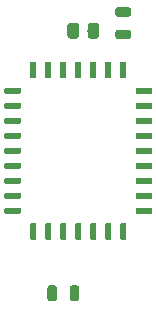
<source format=gtp>
G04 #@! TF.GenerationSoftware,KiCad,Pcbnew,(5.1.2-1)-1*
G04 #@! TF.CreationDate,2019-12-07T17:40:51-05:00*
G04 #@! TF.ProjectId,GW28R8128,47573238-5238-4313-9238-2e6b69636164,rev?*
G04 #@! TF.SameCoordinates,Original*
G04 #@! TF.FileFunction,Paste,Top*
G04 #@! TF.FilePolarity,Positive*
%FSLAX46Y46*%
G04 Gerber Fmt 4.6, Leading zero omitted, Abs format (unit mm)*
G04 Created by KiCad (PCBNEW (5.1.2-1)-1) date 2019-12-07 17:40:51*
%MOMM*%
%LPD*%
G04 APERTURE LIST*
%ADD10C,0.100000*%
%ADD11C,0.773800*%
%ADD12C,0.973800*%
%ADD13C,0.523800*%
G04 APERTURE END LIST*
D10*
G36*
X52557411Y-26599032D02*
G01*
X52576190Y-26601817D01*
X52594606Y-26606430D01*
X52612480Y-26612826D01*
X52629642Y-26620942D01*
X52645925Y-26630702D01*
X52661173Y-26642011D01*
X52675240Y-26654760D01*
X52687989Y-26668827D01*
X52699298Y-26684075D01*
X52709058Y-26700358D01*
X52717174Y-26717520D01*
X52723570Y-26735394D01*
X52728183Y-26753810D01*
X52730968Y-26772589D01*
X52731900Y-26791550D01*
X52731900Y-27178450D01*
X52730968Y-27197411D01*
X52728183Y-27216190D01*
X52723570Y-27234606D01*
X52717174Y-27252480D01*
X52709058Y-27269642D01*
X52699298Y-27285925D01*
X52687989Y-27301173D01*
X52675240Y-27315240D01*
X52661173Y-27327989D01*
X52645925Y-27339298D01*
X52629642Y-27349058D01*
X52612480Y-27357174D01*
X52594606Y-27363570D01*
X52576190Y-27368183D01*
X52557411Y-27370968D01*
X52538450Y-27371900D01*
X51601550Y-27371900D01*
X51582589Y-27370968D01*
X51563810Y-27368183D01*
X51545394Y-27363570D01*
X51527520Y-27357174D01*
X51510358Y-27349058D01*
X51494075Y-27339298D01*
X51478827Y-27327989D01*
X51464760Y-27315240D01*
X51452011Y-27301173D01*
X51440702Y-27285925D01*
X51430942Y-27269642D01*
X51422826Y-27252480D01*
X51416430Y-27234606D01*
X51411817Y-27216190D01*
X51409032Y-27197411D01*
X51408100Y-27178450D01*
X51408100Y-26791550D01*
X51409032Y-26772589D01*
X51411817Y-26753810D01*
X51416430Y-26735394D01*
X51422826Y-26717520D01*
X51430942Y-26700358D01*
X51440702Y-26684075D01*
X51452011Y-26668827D01*
X51464760Y-26654760D01*
X51478827Y-26642011D01*
X51494075Y-26630702D01*
X51510358Y-26620942D01*
X51527520Y-26612826D01*
X51545394Y-26606430D01*
X51563810Y-26601817D01*
X51582589Y-26599032D01*
X51601550Y-26598100D01*
X52538450Y-26598100D01*
X52557411Y-26599032D01*
X52557411Y-26599032D01*
G37*
D11*
X52070000Y-26985000D03*
D10*
G36*
X52557411Y-24699032D02*
G01*
X52576190Y-24701817D01*
X52594606Y-24706430D01*
X52612480Y-24712826D01*
X52629642Y-24720942D01*
X52645925Y-24730702D01*
X52661173Y-24742011D01*
X52675240Y-24754760D01*
X52687989Y-24768827D01*
X52699298Y-24784075D01*
X52709058Y-24800358D01*
X52717174Y-24817520D01*
X52723570Y-24835394D01*
X52728183Y-24853810D01*
X52730968Y-24872589D01*
X52731900Y-24891550D01*
X52731900Y-25278450D01*
X52730968Y-25297411D01*
X52728183Y-25316190D01*
X52723570Y-25334606D01*
X52717174Y-25352480D01*
X52709058Y-25369642D01*
X52699298Y-25385925D01*
X52687989Y-25401173D01*
X52675240Y-25415240D01*
X52661173Y-25427989D01*
X52645925Y-25439298D01*
X52629642Y-25449058D01*
X52612480Y-25457174D01*
X52594606Y-25463570D01*
X52576190Y-25468183D01*
X52557411Y-25470968D01*
X52538450Y-25471900D01*
X51601550Y-25471900D01*
X51582589Y-25470968D01*
X51563810Y-25468183D01*
X51545394Y-25463570D01*
X51527520Y-25457174D01*
X51510358Y-25449058D01*
X51494075Y-25439298D01*
X51478827Y-25427989D01*
X51464760Y-25415240D01*
X51452011Y-25401173D01*
X51440702Y-25385925D01*
X51430942Y-25369642D01*
X51422826Y-25352480D01*
X51416430Y-25334606D01*
X51411817Y-25316190D01*
X51409032Y-25297411D01*
X51408100Y-25278450D01*
X51408100Y-24891550D01*
X51409032Y-24872589D01*
X51411817Y-24853810D01*
X51416430Y-24835394D01*
X51422826Y-24817520D01*
X51430942Y-24800358D01*
X51440702Y-24784075D01*
X51452011Y-24768827D01*
X51464760Y-24754760D01*
X51478827Y-24742011D01*
X51494075Y-24730702D01*
X51510358Y-24720942D01*
X51527520Y-24712826D01*
X51545394Y-24706430D01*
X51563810Y-24701817D01*
X51582589Y-24699032D01*
X51601550Y-24698100D01*
X52538450Y-24698100D01*
X52557411Y-24699032D01*
X52557411Y-24699032D01*
G37*
D11*
X52070000Y-25085000D03*
D10*
G36*
X49797312Y-26009272D02*
G01*
X49820945Y-26012778D01*
X49844120Y-26018583D01*
X49866614Y-26026632D01*
X49888212Y-26036846D01*
X49908704Y-26049129D01*
X49927893Y-26063361D01*
X49945595Y-26079405D01*
X49961639Y-26097107D01*
X49975871Y-26116296D01*
X49988154Y-26136788D01*
X49998368Y-26158386D01*
X50006417Y-26180880D01*
X50012222Y-26204055D01*
X50015728Y-26227688D01*
X50016900Y-26251550D01*
X50016900Y-27088450D01*
X50015728Y-27112312D01*
X50012222Y-27135945D01*
X50006417Y-27159120D01*
X49998368Y-27181614D01*
X49988154Y-27203212D01*
X49975871Y-27223704D01*
X49961639Y-27242893D01*
X49945595Y-27260595D01*
X49927893Y-27276639D01*
X49908704Y-27290871D01*
X49888212Y-27303154D01*
X49866614Y-27313368D01*
X49844120Y-27321417D01*
X49820945Y-27327222D01*
X49797312Y-27330728D01*
X49773450Y-27331900D01*
X49286550Y-27331900D01*
X49262688Y-27330728D01*
X49239055Y-27327222D01*
X49215880Y-27321417D01*
X49193386Y-27313368D01*
X49171788Y-27303154D01*
X49151296Y-27290871D01*
X49132107Y-27276639D01*
X49114405Y-27260595D01*
X49098361Y-27242893D01*
X49084129Y-27223704D01*
X49071846Y-27203212D01*
X49061632Y-27181614D01*
X49053583Y-27159120D01*
X49047778Y-27135945D01*
X49044272Y-27112312D01*
X49043100Y-27088450D01*
X49043100Y-26251550D01*
X49044272Y-26227688D01*
X49047778Y-26204055D01*
X49053583Y-26180880D01*
X49061632Y-26158386D01*
X49071846Y-26136788D01*
X49084129Y-26116296D01*
X49098361Y-26097107D01*
X49114405Y-26079405D01*
X49132107Y-26063361D01*
X49151296Y-26049129D01*
X49171788Y-26036846D01*
X49193386Y-26026632D01*
X49215880Y-26018583D01*
X49239055Y-26012778D01*
X49262688Y-26009272D01*
X49286550Y-26008100D01*
X49773450Y-26008100D01*
X49797312Y-26009272D01*
X49797312Y-26009272D01*
G37*
D12*
X49530000Y-26670000D03*
D10*
G36*
X48097312Y-26009272D02*
G01*
X48120945Y-26012778D01*
X48144120Y-26018583D01*
X48166614Y-26026632D01*
X48188212Y-26036846D01*
X48208704Y-26049129D01*
X48227893Y-26063361D01*
X48245595Y-26079405D01*
X48261639Y-26097107D01*
X48275871Y-26116296D01*
X48288154Y-26136788D01*
X48298368Y-26158386D01*
X48306417Y-26180880D01*
X48312222Y-26204055D01*
X48315728Y-26227688D01*
X48316900Y-26251550D01*
X48316900Y-27088450D01*
X48315728Y-27112312D01*
X48312222Y-27135945D01*
X48306417Y-27159120D01*
X48298368Y-27181614D01*
X48288154Y-27203212D01*
X48275871Y-27223704D01*
X48261639Y-27242893D01*
X48245595Y-27260595D01*
X48227893Y-27276639D01*
X48208704Y-27290871D01*
X48188212Y-27303154D01*
X48166614Y-27313368D01*
X48144120Y-27321417D01*
X48120945Y-27327222D01*
X48097312Y-27330728D01*
X48073450Y-27331900D01*
X47586550Y-27331900D01*
X47562688Y-27330728D01*
X47539055Y-27327222D01*
X47515880Y-27321417D01*
X47493386Y-27313368D01*
X47471788Y-27303154D01*
X47451296Y-27290871D01*
X47432107Y-27276639D01*
X47414405Y-27260595D01*
X47398361Y-27242893D01*
X47384129Y-27223704D01*
X47371846Y-27203212D01*
X47361632Y-27181614D01*
X47353583Y-27159120D01*
X47347778Y-27135945D01*
X47344272Y-27112312D01*
X47343100Y-27088450D01*
X47343100Y-26251550D01*
X47344272Y-26227688D01*
X47347778Y-26204055D01*
X47353583Y-26180880D01*
X47361632Y-26158386D01*
X47371846Y-26136788D01*
X47384129Y-26116296D01*
X47398361Y-26097107D01*
X47414405Y-26079405D01*
X47432107Y-26063361D01*
X47451296Y-26049129D01*
X47471788Y-26036846D01*
X47493386Y-26026632D01*
X47515880Y-26018583D01*
X47539055Y-26012778D01*
X47562688Y-26009272D01*
X47586550Y-26008100D01*
X48073450Y-26008100D01*
X48097312Y-26009272D01*
X48097312Y-26009272D01*
G37*
D12*
X47830000Y-26670000D03*
D10*
G36*
X48403785Y-29293731D02*
G01*
X48416497Y-29295616D01*
X48428963Y-29298739D01*
X48441062Y-29303068D01*
X48452679Y-29308562D01*
X48463702Y-29315169D01*
X48474024Y-29322824D01*
X48483546Y-29331454D01*
X48492176Y-29340976D01*
X48499831Y-29351298D01*
X48506438Y-29362321D01*
X48511932Y-29373938D01*
X48516261Y-29386037D01*
X48519384Y-29398503D01*
X48521269Y-29411215D01*
X48521900Y-29424050D01*
X48521900Y-30560950D01*
X48521269Y-30573785D01*
X48519384Y-30586497D01*
X48516261Y-30598963D01*
X48511932Y-30611062D01*
X48506438Y-30622679D01*
X48499831Y-30633702D01*
X48492176Y-30644024D01*
X48483546Y-30653546D01*
X48474024Y-30662176D01*
X48463702Y-30669831D01*
X48452679Y-30676438D01*
X48441062Y-30681932D01*
X48428963Y-30686261D01*
X48416497Y-30689384D01*
X48403785Y-30691269D01*
X48390950Y-30691900D01*
X48129050Y-30691900D01*
X48116215Y-30691269D01*
X48103503Y-30689384D01*
X48091037Y-30686261D01*
X48078938Y-30681932D01*
X48067321Y-30676438D01*
X48056298Y-30669831D01*
X48045976Y-30662176D01*
X48036454Y-30653546D01*
X48027824Y-30644024D01*
X48020169Y-30633702D01*
X48013562Y-30622679D01*
X48008068Y-30611062D01*
X48003739Y-30598963D01*
X48000616Y-30586497D01*
X47998731Y-30573785D01*
X47998100Y-30560950D01*
X47998100Y-29424050D01*
X47998731Y-29411215D01*
X48000616Y-29398503D01*
X48003739Y-29386037D01*
X48008068Y-29373938D01*
X48013562Y-29362321D01*
X48020169Y-29351298D01*
X48027824Y-29340976D01*
X48036454Y-29331454D01*
X48045976Y-29322824D01*
X48056298Y-29315169D01*
X48067321Y-29308562D01*
X48078938Y-29303068D01*
X48091037Y-29298739D01*
X48103503Y-29295616D01*
X48116215Y-29293731D01*
X48129050Y-29293100D01*
X48390950Y-29293100D01*
X48403785Y-29293731D01*
X48403785Y-29293731D01*
G37*
D13*
X48260000Y-29992500D03*
D10*
G36*
X47133785Y-29293731D02*
G01*
X47146497Y-29295616D01*
X47158963Y-29298739D01*
X47171062Y-29303068D01*
X47182679Y-29308562D01*
X47193702Y-29315169D01*
X47204024Y-29322824D01*
X47213546Y-29331454D01*
X47222176Y-29340976D01*
X47229831Y-29351298D01*
X47236438Y-29362321D01*
X47241932Y-29373938D01*
X47246261Y-29386037D01*
X47249384Y-29398503D01*
X47251269Y-29411215D01*
X47251900Y-29424050D01*
X47251900Y-30560950D01*
X47251269Y-30573785D01*
X47249384Y-30586497D01*
X47246261Y-30598963D01*
X47241932Y-30611062D01*
X47236438Y-30622679D01*
X47229831Y-30633702D01*
X47222176Y-30644024D01*
X47213546Y-30653546D01*
X47204024Y-30662176D01*
X47193702Y-30669831D01*
X47182679Y-30676438D01*
X47171062Y-30681932D01*
X47158963Y-30686261D01*
X47146497Y-30689384D01*
X47133785Y-30691269D01*
X47120950Y-30691900D01*
X46859050Y-30691900D01*
X46846215Y-30691269D01*
X46833503Y-30689384D01*
X46821037Y-30686261D01*
X46808938Y-30681932D01*
X46797321Y-30676438D01*
X46786298Y-30669831D01*
X46775976Y-30662176D01*
X46766454Y-30653546D01*
X46757824Y-30644024D01*
X46750169Y-30633702D01*
X46743562Y-30622679D01*
X46738068Y-30611062D01*
X46733739Y-30598963D01*
X46730616Y-30586497D01*
X46728731Y-30573785D01*
X46728100Y-30560950D01*
X46728100Y-29424050D01*
X46728731Y-29411215D01*
X46730616Y-29398503D01*
X46733739Y-29386037D01*
X46738068Y-29373938D01*
X46743562Y-29362321D01*
X46750169Y-29351298D01*
X46757824Y-29340976D01*
X46766454Y-29331454D01*
X46775976Y-29322824D01*
X46786298Y-29315169D01*
X46797321Y-29308562D01*
X46808938Y-29303068D01*
X46821037Y-29298739D01*
X46833503Y-29295616D01*
X46846215Y-29293731D01*
X46859050Y-29293100D01*
X47120950Y-29293100D01*
X47133785Y-29293731D01*
X47133785Y-29293731D01*
G37*
D13*
X46990000Y-29992500D03*
D10*
G36*
X45863785Y-29293731D02*
G01*
X45876497Y-29295616D01*
X45888963Y-29298739D01*
X45901062Y-29303068D01*
X45912679Y-29308562D01*
X45923702Y-29315169D01*
X45934024Y-29322824D01*
X45943546Y-29331454D01*
X45952176Y-29340976D01*
X45959831Y-29351298D01*
X45966438Y-29362321D01*
X45971932Y-29373938D01*
X45976261Y-29386037D01*
X45979384Y-29398503D01*
X45981269Y-29411215D01*
X45981900Y-29424050D01*
X45981900Y-30560950D01*
X45981269Y-30573785D01*
X45979384Y-30586497D01*
X45976261Y-30598963D01*
X45971932Y-30611062D01*
X45966438Y-30622679D01*
X45959831Y-30633702D01*
X45952176Y-30644024D01*
X45943546Y-30653546D01*
X45934024Y-30662176D01*
X45923702Y-30669831D01*
X45912679Y-30676438D01*
X45901062Y-30681932D01*
X45888963Y-30686261D01*
X45876497Y-30689384D01*
X45863785Y-30691269D01*
X45850950Y-30691900D01*
X45589050Y-30691900D01*
X45576215Y-30691269D01*
X45563503Y-30689384D01*
X45551037Y-30686261D01*
X45538938Y-30681932D01*
X45527321Y-30676438D01*
X45516298Y-30669831D01*
X45505976Y-30662176D01*
X45496454Y-30653546D01*
X45487824Y-30644024D01*
X45480169Y-30633702D01*
X45473562Y-30622679D01*
X45468068Y-30611062D01*
X45463739Y-30598963D01*
X45460616Y-30586497D01*
X45458731Y-30573785D01*
X45458100Y-30560950D01*
X45458100Y-29424050D01*
X45458731Y-29411215D01*
X45460616Y-29398503D01*
X45463739Y-29386037D01*
X45468068Y-29373938D01*
X45473562Y-29362321D01*
X45480169Y-29351298D01*
X45487824Y-29340976D01*
X45496454Y-29331454D01*
X45505976Y-29322824D01*
X45516298Y-29315169D01*
X45527321Y-29308562D01*
X45538938Y-29303068D01*
X45551037Y-29298739D01*
X45563503Y-29295616D01*
X45576215Y-29293731D01*
X45589050Y-29293100D01*
X45850950Y-29293100D01*
X45863785Y-29293731D01*
X45863785Y-29293731D01*
G37*
D13*
X45720000Y-29992500D03*
D10*
G36*
X44593785Y-29293731D02*
G01*
X44606497Y-29295616D01*
X44618963Y-29298739D01*
X44631062Y-29303068D01*
X44642679Y-29308562D01*
X44653702Y-29315169D01*
X44664024Y-29322824D01*
X44673546Y-29331454D01*
X44682176Y-29340976D01*
X44689831Y-29351298D01*
X44696438Y-29362321D01*
X44701932Y-29373938D01*
X44706261Y-29386037D01*
X44709384Y-29398503D01*
X44711269Y-29411215D01*
X44711900Y-29424050D01*
X44711900Y-30560950D01*
X44711269Y-30573785D01*
X44709384Y-30586497D01*
X44706261Y-30598963D01*
X44701932Y-30611062D01*
X44696438Y-30622679D01*
X44689831Y-30633702D01*
X44682176Y-30644024D01*
X44673546Y-30653546D01*
X44664024Y-30662176D01*
X44653702Y-30669831D01*
X44642679Y-30676438D01*
X44631062Y-30681932D01*
X44618963Y-30686261D01*
X44606497Y-30689384D01*
X44593785Y-30691269D01*
X44580950Y-30691900D01*
X44319050Y-30691900D01*
X44306215Y-30691269D01*
X44293503Y-30689384D01*
X44281037Y-30686261D01*
X44268938Y-30681932D01*
X44257321Y-30676438D01*
X44246298Y-30669831D01*
X44235976Y-30662176D01*
X44226454Y-30653546D01*
X44217824Y-30644024D01*
X44210169Y-30633702D01*
X44203562Y-30622679D01*
X44198068Y-30611062D01*
X44193739Y-30598963D01*
X44190616Y-30586497D01*
X44188731Y-30573785D01*
X44188100Y-30560950D01*
X44188100Y-29424050D01*
X44188731Y-29411215D01*
X44190616Y-29398503D01*
X44193739Y-29386037D01*
X44198068Y-29373938D01*
X44203562Y-29362321D01*
X44210169Y-29351298D01*
X44217824Y-29340976D01*
X44226454Y-29331454D01*
X44235976Y-29322824D01*
X44246298Y-29315169D01*
X44257321Y-29308562D01*
X44268938Y-29303068D01*
X44281037Y-29298739D01*
X44293503Y-29295616D01*
X44306215Y-29293731D01*
X44319050Y-29293100D01*
X44580950Y-29293100D01*
X44593785Y-29293731D01*
X44593785Y-29293731D01*
G37*
D13*
X44450000Y-29992500D03*
D10*
G36*
X43278785Y-31488731D02*
G01*
X43291497Y-31490616D01*
X43303963Y-31493739D01*
X43316062Y-31498068D01*
X43327679Y-31503562D01*
X43338702Y-31510169D01*
X43349024Y-31517824D01*
X43358546Y-31526454D01*
X43367176Y-31535976D01*
X43374831Y-31546298D01*
X43381438Y-31557321D01*
X43386932Y-31568938D01*
X43391261Y-31581037D01*
X43394384Y-31593503D01*
X43396269Y-31606215D01*
X43396900Y-31619050D01*
X43396900Y-31880950D01*
X43396269Y-31893785D01*
X43394384Y-31906497D01*
X43391261Y-31918963D01*
X43386932Y-31931062D01*
X43381438Y-31942679D01*
X43374831Y-31953702D01*
X43367176Y-31964024D01*
X43358546Y-31973546D01*
X43349024Y-31982176D01*
X43338702Y-31989831D01*
X43327679Y-31996438D01*
X43316062Y-32001932D01*
X43303963Y-32006261D01*
X43291497Y-32009384D01*
X43278785Y-32011269D01*
X43265950Y-32011900D01*
X42129050Y-32011900D01*
X42116215Y-32011269D01*
X42103503Y-32009384D01*
X42091037Y-32006261D01*
X42078938Y-32001932D01*
X42067321Y-31996438D01*
X42056298Y-31989831D01*
X42045976Y-31982176D01*
X42036454Y-31973546D01*
X42027824Y-31964024D01*
X42020169Y-31953702D01*
X42013562Y-31942679D01*
X42008068Y-31931062D01*
X42003739Y-31918963D01*
X42000616Y-31906497D01*
X41998731Y-31893785D01*
X41998100Y-31880950D01*
X41998100Y-31619050D01*
X41998731Y-31606215D01*
X42000616Y-31593503D01*
X42003739Y-31581037D01*
X42008068Y-31568938D01*
X42013562Y-31557321D01*
X42020169Y-31546298D01*
X42027824Y-31535976D01*
X42036454Y-31526454D01*
X42045976Y-31517824D01*
X42056298Y-31510169D01*
X42067321Y-31503562D01*
X42078938Y-31498068D01*
X42091037Y-31493739D01*
X42103503Y-31490616D01*
X42116215Y-31488731D01*
X42129050Y-31488100D01*
X43265950Y-31488100D01*
X43278785Y-31488731D01*
X43278785Y-31488731D01*
G37*
D13*
X42697500Y-31750000D03*
D10*
G36*
X43278785Y-32758731D02*
G01*
X43291497Y-32760616D01*
X43303963Y-32763739D01*
X43316062Y-32768068D01*
X43327679Y-32773562D01*
X43338702Y-32780169D01*
X43349024Y-32787824D01*
X43358546Y-32796454D01*
X43367176Y-32805976D01*
X43374831Y-32816298D01*
X43381438Y-32827321D01*
X43386932Y-32838938D01*
X43391261Y-32851037D01*
X43394384Y-32863503D01*
X43396269Y-32876215D01*
X43396900Y-32889050D01*
X43396900Y-33150950D01*
X43396269Y-33163785D01*
X43394384Y-33176497D01*
X43391261Y-33188963D01*
X43386932Y-33201062D01*
X43381438Y-33212679D01*
X43374831Y-33223702D01*
X43367176Y-33234024D01*
X43358546Y-33243546D01*
X43349024Y-33252176D01*
X43338702Y-33259831D01*
X43327679Y-33266438D01*
X43316062Y-33271932D01*
X43303963Y-33276261D01*
X43291497Y-33279384D01*
X43278785Y-33281269D01*
X43265950Y-33281900D01*
X42129050Y-33281900D01*
X42116215Y-33281269D01*
X42103503Y-33279384D01*
X42091037Y-33276261D01*
X42078938Y-33271932D01*
X42067321Y-33266438D01*
X42056298Y-33259831D01*
X42045976Y-33252176D01*
X42036454Y-33243546D01*
X42027824Y-33234024D01*
X42020169Y-33223702D01*
X42013562Y-33212679D01*
X42008068Y-33201062D01*
X42003739Y-33188963D01*
X42000616Y-33176497D01*
X41998731Y-33163785D01*
X41998100Y-33150950D01*
X41998100Y-32889050D01*
X41998731Y-32876215D01*
X42000616Y-32863503D01*
X42003739Y-32851037D01*
X42008068Y-32838938D01*
X42013562Y-32827321D01*
X42020169Y-32816298D01*
X42027824Y-32805976D01*
X42036454Y-32796454D01*
X42045976Y-32787824D01*
X42056298Y-32780169D01*
X42067321Y-32773562D01*
X42078938Y-32768068D01*
X42091037Y-32763739D01*
X42103503Y-32760616D01*
X42116215Y-32758731D01*
X42129050Y-32758100D01*
X43265950Y-32758100D01*
X43278785Y-32758731D01*
X43278785Y-32758731D01*
G37*
D13*
X42697500Y-33020000D03*
D10*
G36*
X43278785Y-34028731D02*
G01*
X43291497Y-34030616D01*
X43303963Y-34033739D01*
X43316062Y-34038068D01*
X43327679Y-34043562D01*
X43338702Y-34050169D01*
X43349024Y-34057824D01*
X43358546Y-34066454D01*
X43367176Y-34075976D01*
X43374831Y-34086298D01*
X43381438Y-34097321D01*
X43386932Y-34108938D01*
X43391261Y-34121037D01*
X43394384Y-34133503D01*
X43396269Y-34146215D01*
X43396900Y-34159050D01*
X43396900Y-34420950D01*
X43396269Y-34433785D01*
X43394384Y-34446497D01*
X43391261Y-34458963D01*
X43386932Y-34471062D01*
X43381438Y-34482679D01*
X43374831Y-34493702D01*
X43367176Y-34504024D01*
X43358546Y-34513546D01*
X43349024Y-34522176D01*
X43338702Y-34529831D01*
X43327679Y-34536438D01*
X43316062Y-34541932D01*
X43303963Y-34546261D01*
X43291497Y-34549384D01*
X43278785Y-34551269D01*
X43265950Y-34551900D01*
X42129050Y-34551900D01*
X42116215Y-34551269D01*
X42103503Y-34549384D01*
X42091037Y-34546261D01*
X42078938Y-34541932D01*
X42067321Y-34536438D01*
X42056298Y-34529831D01*
X42045976Y-34522176D01*
X42036454Y-34513546D01*
X42027824Y-34504024D01*
X42020169Y-34493702D01*
X42013562Y-34482679D01*
X42008068Y-34471062D01*
X42003739Y-34458963D01*
X42000616Y-34446497D01*
X41998731Y-34433785D01*
X41998100Y-34420950D01*
X41998100Y-34159050D01*
X41998731Y-34146215D01*
X42000616Y-34133503D01*
X42003739Y-34121037D01*
X42008068Y-34108938D01*
X42013562Y-34097321D01*
X42020169Y-34086298D01*
X42027824Y-34075976D01*
X42036454Y-34066454D01*
X42045976Y-34057824D01*
X42056298Y-34050169D01*
X42067321Y-34043562D01*
X42078938Y-34038068D01*
X42091037Y-34033739D01*
X42103503Y-34030616D01*
X42116215Y-34028731D01*
X42129050Y-34028100D01*
X43265950Y-34028100D01*
X43278785Y-34028731D01*
X43278785Y-34028731D01*
G37*
D13*
X42697500Y-34290000D03*
D10*
G36*
X43278785Y-35298731D02*
G01*
X43291497Y-35300616D01*
X43303963Y-35303739D01*
X43316062Y-35308068D01*
X43327679Y-35313562D01*
X43338702Y-35320169D01*
X43349024Y-35327824D01*
X43358546Y-35336454D01*
X43367176Y-35345976D01*
X43374831Y-35356298D01*
X43381438Y-35367321D01*
X43386932Y-35378938D01*
X43391261Y-35391037D01*
X43394384Y-35403503D01*
X43396269Y-35416215D01*
X43396900Y-35429050D01*
X43396900Y-35690950D01*
X43396269Y-35703785D01*
X43394384Y-35716497D01*
X43391261Y-35728963D01*
X43386932Y-35741062D01*
X43381438Y-35752679D01*
X43374831Y-35763702D01*
X43367176Y-35774024D01*
X43358546Y-35783546D01*
X43349024Y-35792176D01*
X43338702Y-35799831D01*
X43327679Y-35806438D01*
X43316062Y-35811932D01*
X43303963Y-35816261D01*
X43291497Y-35819384D01*
X43278785Y-35821269D01*
X43265950Y-35821900D01*
X42129050Y-35821900D01*
X42116215Y-35821269D01*
X42103503Y-35819384D01*
X42091037Y-35816261D01*
X42078938Y-35811932D01*
X42067321Y-35806438D01*
X42056298Y-35799831D01*
X42045976Y-35792176D01*
X42036454Y-35783546D01*
X42027824Y-35774024D01*
X42020169Y-35763702D01*
X42013562Y-35752679D01*
X42008068Y-35741062D01*
X42003739Y-35728963D01*
X42000616Y-35716497D01*
X41998731Y-35703785D01*
X41998100Y-35690950D01*
X41998100Y-35429050D01*
X41998731Y-35416215D01*
X42000616Y-35403503D01*
X42003739Y-35391037D01*
X42008068Y-35378938D01*
X42013562Y-35367321D01*
X42020169Y-35356298D01*
X42027824Y-35345976D01*
X42036454Y-35336454D01*
X42045976Y-35327824D01*
X42056298Y-35320169D01*
X42067321Y-35313562D01*
X42078938Y-35308068D01*
X42091037Y-35303739D01*
X42103503Y-35300616D01*
X42116215Y-35298731D01*
X42129050Y-35298100D01*
X43265950Y-35298100D01*
X43278785Y-35298731D01*
X43278785Y-35298731D01*
G37*
D13*
X42697500Y-35560000D03*
D10*
G36*
X43278785Y-36568731D02*
G01*
X43291497Y-36570616D01*
X43303963Y-36573739D01*
X43316062Y-36578068D01*
X43327679Y-36583562D01*
X43338702Y-36590169D01*
X43349024Y-36597824D01*
X43358546Y-36606454D01*
X43367176Y-36615976D01*
X43374831Y-36626298D01*
X43381438Y-36637321D01*
X43386932Y-36648938D01*
X43391261Y-36661037D01*
X43394384Y-36673503D01*
X43396269Y-36686215D01*
X43396900Y-36699050D01*
X43396900Y-36960950D01*
X43396269Y-36973785D01*
X43394384Y-36986497D01*
X43391261Y-36998963D01*
X43386932Y-37011062D01*
X43381438Y-37022679D01*
X43374831Y-37033702D01*
X43367176Y-37044024D01*
X43358546Y-37053546D01*
X43349024Y-37062176D01*
X43338702Y-37069831D01*
X43327679Y-37076438D01*
X43316062Y-37081932D01*
X43303963Y-37086261D01*
X43291497Y-37089384D01*
X43278785Y-37091269D01*
X43265950Y-37091900D01*
X42129050Y-37091900D01*
X42116215Y-37091269D01*
X42103503Y-37089384D01*
X42091037Y-37086261D01*
X42078938Y-37081932D01*
X42067321Y-37076438D01*
X42056298Y-37069831D01*
X42045976Y-37062176D01*
X42036454Y-37053546D01*
X42027824Y-37044024D01*
X42020169Y-37033702D01*
X42013562Y-37022679D01*
X42008068Y-37011062D01*
X42003739Y-36998963D01*
X42000616Y-36986497D01*
X41998731Y-36973785D01*
X41998100Y-36960950D01*
X41998100Y-36699050D01*
X41998731Y-36686215D01*
X42000616Y-36673503D01*
X42003739Y-36661037D01*
X42008068Y-36648938D01*
X42013562Y-36637321D01*
X42020169Y-36626298D01*
X42027824Y-36615976D01*
X42036454Y-36606454D01*
X42045976Y-36597824D01*
X42056298Y-36590169D01*
X42067321Y-36583562D01*
X42078938Y-36578068D01*
X42091037Y-36573739D01*
X42103503Y-36570616D01*
X42116215Y-36568731D01*
X42129050Y-36568100D01*
X43265950Y-36568100D01*
X43278785Y-36568731D01*
X43278785Y-36568731D01*
G37*
D13*
X42697500Y-36830000D03*
D10*
G36*
X43278785Y-37838731D02*
G01*
X43291497Y-37840616D01*
X43303963Y-37843739D01*
X43316062Y-37848068D01*
X43327679Y-37853562D01*
X43338702Y-37860169D01*
X43349024Y-37867824D01*
X43358546Y-37876454D01*
X43367176Y-37885976D01*
X43374831Y-37896298D01*
X43381438Y-37907321D01*
X43386932Y-37918938D01*
X43391261Y-37931037D01*
X43394384Y-37943503D01*
X43396269Y-37956215D01*
X43396900Y-37969050D01*
X43396900Y-38230950D01*
X43396269Y-38243785D01*
X43394384Y-38256497D01*
X43391261Y-38268963D01*
X43386932Y-38281062D01*
X43381438Y-38292679D01*
X43374831Y-38303702D01*
X43367176Y-38314024D01*
X43358546Y-38323546D01*
X43349024Y-38332176D01*
X43338702Y-38339831D01*
X43327679Y-38346438D01*
X43316062Y-38351932D01*
X43303963Y-38356261D01*
X43291497Y-38359384D01*
X43278785Y-38361269D01*
X43265950Y-38361900D01*
X42129050Y-38361900D01*
X42116215Y-38361269D01*
X42103503Y-38359384D01*
X42091037Y-38356261D01*
X42078938Y-38351932D01*
X42067321Y-38346438D01*
X42056298Y-38339831D01*
X42045976Y-38332176D01*
X42036454Y-38323546D01*
X42027824Y-38314024D01*
X42020169Y-38303702D01*
X42013562Y-38292679D01*
X42008068Y-38281062D01*
X42003739Y-38268963D01*
X42000616Y-38256497D01*
X41998731Y-38243785D01*
X41998100Y-38230950D01*
X41998100Y-37969050D01*
X41998731Y-37956215D01*
X42000616Y-37943503D01*
X42003739Y-37931037D01*
X42008068Y-37918938D01*
X42013562Y-37907321D01*
X42020169Y-37896298D01*
X42027824Y-37885976D01*
X42036454Y-37876454D01*
X42045976Y-37867824D01*
X42056298Y-37860169D01*
X42067321Y-37853562D01*
X42078938Y-37848068D01*
X42091037Y-37843739D01*
X42103503Y-37840616D01*
X42116215Y-37838731D01*
X42129050Y-37838100D01*
X43265950Y-37838100D01*
X43278785Y-37838731D01*
X43278785Y-37838731D01*
G37*
D13*
X42697500Y-38100000D03*
D10*
G36*
X43278785Y-39108731D02*
G01*
X43291497Y-39110616D01*
X43303963Y-39113739D01*
X43316062Y-39118068D01*
X43327679Y-39123562D01*
X43338702Y-39130169D01*
X43349024Y-39137824D01*
X43358546Y-39146454D01*
X43367176Y-39155976D01*
X43374831Y-39166298D01*
X43381438Y-39177321D01*
X43386932Y-39188938D01*
X43391261Y-39201037D01*
X43394384Y-39213503D01*
X43396269Y-39226215D01*
X43396900Y-39239050D01*
X43396900Y-39500950D01*
X43396269Y-39513785D01*
X43394384Y-39526497D01*
X43391261Y-39538963D01*
X43386932Y-39551062D01*
X43381438Y-39562679D01*
X43374831Y-39573702D01*
X43367176Y-39584024D01*
X43358546Y-39593546D01*
X43349024Y-39602176D01*
X43338702Y-39609831D01*
X43327679Y-39616438D01*
X43316062Y-39621932D01*
X43303963Y-39626261D01*
X43291497Y-39629384D01*
X43278785Y-39631269D01*
X43265950Y-39631900D01*
X42129050Y-39631900D01*
X42116215Y-39631269D01*
X42103503Y-39629384D01*
X42091037Y-39626261D01*
X42078938Y-39621932D01*
X42067321Y-39616438D01*
X42056298Y-39609831D01*
X42045976Y-39602176D01*
X42036454Y-39593546D01*
X42027824Y-39584024D01*
X42020169Y-39573702D01*
X42013562Y-39562679D01*
X42008068Y-39551062D01*
X42003739Y-39538963D01*
X42000616Y-39526497D01*
X41998731Y-39513785D01*
X41998100Y-39500950D01*
X41998100Y-39239050D01*
X41998731Y-39226215D01*
X42000616Y-39213503D01*
X42003739Y-39201037D01*
X42008068Y-39188938D01*
X42013562Y-39177321D01*
X42020169Y-39166298D01*
X42027824Y-39155976D01*
X42036454Y-39146454D01*
X42045976Y-39137824D01*
X42056298Y-39130169D01*
X42067321Y-39123562D01*
X42078938Y-39118068D01*
X42091037Y-39113739D01*
X42103503Y-39110616D01*
X42116215Y-39108731D01*
X42129050Y-39108100D01*
X43265950Y-39108100D01*
X43278785Y-39108731D01*
X43278785Y-39108731D01*
G37*
D13*
X42697500Y-39370000D03*
D10*
G36*
X43278785Y-40378731D02*
G01*
X43291497Y-40380616D01*
X43303963Y-40383739D01*
X43316062Y-40388068D01*
X43327679Y-40393562D01*
X43338702Y-40400169D01*
X43349024Y-40407824D01*
X43358546Y-40416454D01*
X43367176Y-40425976D01*
X43374831Y-40436298D01*
X43381438Y-40447321D01*
X43386932Y-40458938D01*
X43391261Y-40471037D01*
X43394384Y-40483503D01*
X43396269Y-40496215D01*
X43396900Y-40509050D01*
X43396900Y-40770950D01*
X43396269Y-40783785D01*
X43394384Y-40796497D01*
X43391261Y-40808963D01*
X43386932Y-40821062D01*
X43381438Y-40832679D01*
X43374831Y-40843702D01*
X43367176Y-40854024D01*
X43358546Y-40863546D01*
X43349024Y-40872176D01*
X43338702Y-40879831D01*
X43327679Y-40886438D01*
X43316062Y-40891932D01*
X43303963Y-40896261D01*
X43291497Y-40899384D01*
X43278785Y-40901269D01*
X43265950Y-40901900D01*
X42129050Y-40901900D01*
X42116215Y-40901269D01*
X42103503Y-40899384D01*
X42091037Y-40896261D01*
X42078938Y-40891932D01*
X42067321Y-40886438D01*
X42056298Y-40879831D01*
X42045976Y-40872176D01*
X42036454Y-40863546D01*
X42027824Y-40854024D01*
X42020169Y-40843702D01*
X42013562Y-40832679D01*
X42008068Y-40821062D01*
X42003739Y-40808963D01*
X42000616Y-40796497D01*
X41998731Y-40783785D01*
X41998100Y-40770950D01*
X41998100Y-40509050D01*
X41998731Y-40496215D01*
X42000616Y-40483503D01*
X42003739Y-40471037D01*
X42008068Y-40458938D01*
X42013562Y-40447321D01*
X42020169Y-40436298D01*
X42027824Y-40425976D01*
X42036454Y-40416454D01*
X42045976Y-40407824D01*
X42056298Y-40400169D01*
X42067321Y-40393562D01*
X42078938Y-40388068D01*
X42091037Y-40383739D01*
X42103503Y-40380616D01*
X42116215Y-40378731D01*
X42129050Y-40378100D01*
X43265950Y-40378100D01*
X43278785Y-40378731D01*
X43278785Y-40378731D01*
G37*
D13*
X42697500Y-40640000D03*
D10*
G36*
X43278785Y-41648731D02*
G01*
X43291497Y-41650616D01*
X43303963Y-41653739D01*
X43316062Y-41658068D01*
X43327679Y-41663562D01*
X43338702Y-41670169D01*
X43349024Y-41677824D01*
X43358546Y-41686454D01*
X43367176Y-41695976D01*
X43374831Y-41706298D01*
X43381438Y-41717321D01*
X43386932Y-41728938D01*
X43391261Y-41741037D01*
X43394384Y-41753503D01*
X43396269Y-41766215D01*
X43396900Y-41779050D01*
X43396900Y-42040950D01*
X43396269Y-42053785D01*
X43394384Y-42066497D01*
X43391261Y-42078963D01*
X43386932Y-42091062D01*
X43381438Y-42102679D01*
X43374831Y-42113702D01*
X43367176Y-42124024D01*
X43358546Y-42133546D01*
X43349024Y-42142176D01*
X43338702Y-42149831D01*
X43327679Y-42156438D01*
X43316062Y-42161932D01*
X43303963Y-42166261D01*
X43291497Y-42169384D01*
X43278785Y-42171269D01*
X43265950Y-42171900D01*
X42129050Y-42171900D01*
X42116215Y-42171269D01*
X42103503Y-42169384D01*
X42091037Y-42166261D01*
X42078938Y-42161932D01*
X42067321Y-42156438D01*
X42056298Y-42149831D01*
X42045976Y-42142176D01*
X42036454Y-42133546D01*
X42027824Y-42124024D01*
X42020169Y-42113702D01*
X42013562Y-42102679D01*
X42008068Y-42091062D01*
X42003739Y-42078963D01*
X42000616Y-42066497D01*
X41998731Y-42053785D01*
X41998100Y-42040950D01*
X41998100Y-41779050D01*
X41998731Y-41766215D01*
X42000616Y-41753503D01*
X42003739Y-41741037D01*
X42008068Y-41728938D01*
X42013562Y-41717321D01*
X42020169Y-41706298D01*
X42027824Y-41695976D01*
X42036454Y-41686454D01*
X42045976Y-41677824D01*
X42056298Y-41670169D01*
X42067321Y-41663562D01*
X42078938Y-41658068D01*
X42091037Y-41653739D01*
X42103503Y-41650616D01*
X42116215Y-41648731D01*
X42129050Y-41648100D01*
X43265950Y-41648100D01*
X43278785Y-41648731D01*
X43278785Y-41648731D01*
G37*
D13*
X42697500Y-41910000D03*
D10*
G36*
X44593785Y-42968731D02*
G01*
X44606497Y-42970616D01*
X44618963Y-42973739D01*
X44631062Y-42978068D01*
X44642679Y-42983562D01*
X44653702Y-42990169D01*
X44664024Y-42997824D01*
X44673546Y-43006454D01*
X44682176Y-43015976D01*
X44689831Y-43026298D01*
X44696438Y-43037321D01*
X44701932Y-43048938D01*
X44706261Y-43061037D01*
X44709384Y-43073503D01*
X44711269Y-43086215D01*
X44711900Y-43099050D01*
X44711900Y-44235950D01*
X44711269Y-44248785D01*
X44709384Y-44261497D01*
X44706261Y-44273963D01*
X44701932Y-44286062D01*
X44696438Y-44297679D01*
X44689831Y-44308702D01*
X44682176Y-44319024D01*
X44673546Y-44328546D01*
X44664024Y-44337176D01*
X44653702Y-44344831D01*
X44642679Y-44351438D01*
X44631062Y-44356932D01*
X44618963Y-44361261D01*
X44606497Y-44364384D01*
X44593785Y-44366269D01*
X44580950Y-44366900D01*
X44319050Y-44366900D01*
X44306215Y-44366269D01*
X44293503Y-44364384D01*
X44281037Y-44361261D01*
X44268938Y-44356932D01*
X44257321Y-44351438D01*
X44246298Y-44344831D01*
X44235976Y-44337176D01*
X44226454Y-44328546D01*
X44217824Y-44319024D01*
X44210169Y-44308702D01*
X44203562Y-44297679D01*
X44198068Y-44286062D01*
X44193739Y-44273963D01*
X44190616Y-44261497D01*
X44188731Y-44248785D01*
X44188100Y-44235950D01*
X44188100Y-43099050D01*
X44188731Y-43086215D01*
X44190616Y-43073503D01*
X44193739Y-43061037D01*
X44198068Y-43048938D01*
X44203562Y-43037321D01*
X44210169Y-43026298D01*
X44217824Y-43015976D01*
X44226454Y-43006454D01*
X44235976Y-42997824D01*
X44246298Y-42990169D01*
X44257321Y-42983562D01*
X44268938Y-42978068D01*
X44281037Y-42973739D01*
X44293503Y-42970616D01*
X44306215Y-42968731D01*
X44319050Y-42968100D01*
X44580950Y-42968100D01*
X44593785Y-42968731D01*
X44593785Y-42968731D01*
G37*
D13*
X44450000Y-43667500D03*
D10*
G36*
X45863785Y-42968731D02*
G01*
X45876497Y-42970616D01*
X45888963Y-42973739D01*
X45901062Y-42978068D01*
X45912679Y-42983562D01*
X45923702Y-42990169D01*
X45934024Y-42997824D01*
X45943546Y-43006454D01*
X45952176Y-43015976D01*
X45959831Y-43026298D01*
X45966438Y-43037321D01*
X45971932Y-43048938D01*
X45976261Y-43061037D01*
X45979384Y-43073503D01*
X45981269Y-43086215D01*
X45981900Y-43099050D01*
X45981900Y-44235950D01*
X45981269Y-44248785D01*
X45979384Y-44261497D01*
X45976261Y-44273963D01*
X45971932Y-44286062D01*
X45966438Y-44297679D01*
X45959831Y-44308702D01*
X45952176Y-44319024D01*
X45943546Y-44328546D01*
X45934024Y-44337176D01*
X45923702Y-44344831D01*
X45912679Y-44351438D01*
X45901062Y-44356932D01*
X45888963Y-44361261D01*
X45876497Y-44364384D01*
X45863785Y-44366269D01*
X45850950Y-44366900D01*
X45589050Y-44366900D01*
X45576215Y-44366269D01*
X45563503Y-44364384D01*
X45551037Y-44361261D01*
X45538938Y-44356932D01*
X45527321Y-44351438D01*
X45516298Y-44344831D01*
X45505976Y-44337176D01*
X45496454Y-44328546D01*
X45487824Y-44319024D01*
X45480169Y-44308702D01*
X45473562Y-44297679D01*
X45468068Y-44286062D01*
X45463739Y-44273963D01*
X45460616Y-44261497D01*
X45458731Y-44248785D01*
X45458100Y-44235950D01*
X45458100Y-43099050D01*
X45458731Y-43086215D01*
X45460616Y-43073503D01*
X45463739Y-43061037D01*
X45468068Y-43048938D01*
X45473562Y-43037321D01*
X45480169Y-43026298D01*
X45487824Y-43015976D01*
X45496454Y-43006454D01*
X45505976Y-42997824D01*
X45516298Y-42990169D01*
X45527321Y-42983562D01*
X45538938Y-42978068D01*
X45551037Y-42973739D01*
X45563503Y-42970616D01*
X45576215Y-42968731D01*
X45589050Y-42968100D01*
X45850950Y-42968100D01*
X45863785Y-42968731D01*
X45863785Y-42968731D01*
G37*
D13*
X45720000Y-43667500D03*
D10*
G36*
X47133785Y-42968731D02*
G01*
X47146497Y-42970616D01*
X47158963Y-42973739D01*
X47171062Y-42978068D01*
X47182679Y-42983562D01*
X47193702Y-42990169D01*
X47204024Y-42997824D01*
X47213546Y-43006454D01*
X47222176Y-43015976D01*
X47229831Y-43026298D01*
X47236438Y-43037321D01*
X47241932Y-43048938D01*
X47246261Y-43061037D01*
X47249384Y-43073503D01*
X47251269Y-43086215D01*
X47251900Y-43099050D01*
X47251900Y-44235950D01*
X47251269Y-44248785D01*
X47249384Y-44261497D01*
X47246261Y-44273963D01*
X47241932Y-44286062D01*
X47236438Y-44297679D01*
X47229831Y-44308702D01*
X47222176Y-44319024D01*
X47213546Y-44328546D01*
X47204024Y-44337176D01*
X47193702Y-44344831D01*
X47182679Y-44351438D01*
X47171062Y-44356932D01*
X47158963Y-44361261D01*
X47146497Y-44364384D01*
X47133785Y-44366269D01*
X47120950Y-44366900D01*
X46859050Y-44366900D01*
X46846215Y-44366269D01*
X46833503Y-44364384D01*
X46821037Y-44361261D01*
X46808938Y-44356932D01*
X46797321Y-44351438D01*
X46786298Y-44344831D01*
X46775976Y-44337176D01*
X46766454Y-44328546D01*
X46757824Y-44319024D01*
X46750169Y-44308702D01*
X46743562Y-44297679D01*
X46738068Y-44286062D01*
X46733739Y-44273963D01*
X46730616Y-44261497D01*
X46728731Y-44248785D01*
X46728100Y-44235950D01*
X46728100Y-43099050D01*
X46728731Y-43086215D01*
X46730616Y-43073503D01*
X46733739Y-43061037D01*
X46738068Y-43048938D01*
X46743562Y-43037321D01*
X46750169Y-43026298D01*
X46757824Y-43015976D01*
X46766454Y-43006454D01*
X46775976Y-42997824D01*
X46786298Y-42990169D01*
X46797321Y-42983562D01*
X46808938Y-42978068D01*
X46821037Y-42973739D01*
X46833503Y-42970616D01*
X46846215Y-42968731D01*
X46859050Y-42968100D01*
X47120950Y-42968100D01*
X47133785Y-42968731D01*
X47133785Y-42968731D01*
G37*
D13*
X46990000Y-43667500D03*
D10*
G36*
X48403785Y-42968731D02*
G01*
X48416497Y-42970616D01*
X48428963Y-42973739D01*
X48441062Y-42978068D01*
X48452679Y-42983562D01*
X48463702Y-42990169D01*
X48474024Y-42997824D01*
X48483546Y-43006454D01*
X48492176Y-43015976D01*
X48499831Y-43026298D01*
X48506438Y-43037321D01*
X48511932Y-43048938D01*
X48516261Y-43061037D01*
X48519384Y-43073503D01*
X48521269Y-43086215D01*
X48521900Y-43099050D01*
X48521900Y-44235950D01*
X48521269Y-44248785D01*
X48519384Y-44261497D01*
X48516261Y-44273963D01*
X48511932Y-44286062D01*
X48506438Y-44297679D01*
X48499831Y-44308702D01*
X48492176Y-44319024D01*
X48483546Y-44328546D01*
X48474024Y-44337176D01*
X48463702Y-44344831D01*
X48452679Y-44351438D01*
X48441062Y-44356932D01*
X48428963Y-44361261D01*
X48416497Y-44364384D01*
X48403785Y-44366269D01*
X48390950Y-44366900D01*
X48129050Y-44366900D01*
X48116215Y-44366269D01*
X48103503Y-44364384D01*
X48091037Y-44361261D01*
X48078938Y-44356932D01*
X48067321Y-44351438D01*
X48056298Y-44344831D01*
X48045976Y-44337176D01*
X48036454Y-44328546D01*
X48027824Y-44319024D01*
X48020169Y-44308702D01*
X48013562Y-44297679D01*
X48008068Y-44286062D01*
X48003739Y-44273963D01*
X48000616Y-44261497D01*
X47998731Y-44248785D01*
X47998100Y-44235950D01*
X47998100Y-43099050D01*
X47998731Y-43086215D01*
X48000616Y-43073503D01*
X48003739Y-43061037D01*
X48008068Y-43048938D01*
X48013562Y-43037321D01*
X48020169Y-43026298D01*
X48027824Y-43015976D01*
X48036454Y-43006454D01*
X48045976Y-42997824D01*
X48056298Y-42990169D01*
X48067321Y-42983562D01*
X48078938Y-42978068D01*
X48091037Y-42973739D01*
X48103503Y-42970616D01*
X48116215Y-42968731D01*
X48129050Y-42968100D01*
X48390950Y-42968100D01*
X48403785Y-42968731D01*
X48403785Y-42968731D01*
G37*
D13*
X48260000Y-43667500D03*
D10*
G36*
X49673785Y-42968731D02*
G01*
X49686497Y-42970616D01*
X49698963Y-42973739D01*
X49711062Y-42978068D01*
X49722679Y-42983562D01*
X49733702Y-42990169D01*
X49744024Y-42997824D01*
X49753546Y-43006454D01*
X49762176Y-43015976D01*
X49769831Y-43026298D01*
X49776438Y-43037321D01*
X49781932Y-43048938D01*
X49786261Y-43061037D01*
X49789384Y-43073503D01*
X49791269Y-43086215D01*
X49791900Y-43099050D01*
X49791900Y-44235950D01*
X49791269Y-44248785D01*
X49789384Y-44261497D01*
X49786261Y-44273963D01*
X49781932Y-44286062D01*
X49776438Y-44297679D01*
X49769831Y-44308702D01*
X49762176Y-44319024D01*
X49753546Y-44328546D01*
X49744024Y-44337176D01*
X49733702Y-44344831D01*
X49722679Y-44351438D01*
X49711062Y-44356932D01*
X49698963Y-44361261D01*
X49686497Y-44364384D01*
X49673785Y-44366269D01*
X49660950Y-44366900D01*
X49399050Y-44366900D01*
X49386215Y-44366269D01*
X49373503Y-44364384D01*
X49361037Y-44361261D01*
X49348938Y-44356932D01*
X49337321Y-44351438D01*
X49326298Y-44344831D01*
X49315976Y-44337176D01*
X49306454Y-44328546D01*
X49297824Y-44319024D01*
X49290169Y-44308702D01*
X49283562Y-44297679D01*
X49278068Y-44286062D01*
X49273739Y-44273963D01*
X49270616Y-44261497D01*
X49268731Y-44248785D01*
X49268100Y-44235950D01*
X49268100Y-43099050D01*
X49268731Y-43086215D01*
X49270616Y-43073503D01*
X49273739Y-43061037D01*
X49278068Y-43048938D01*
X49283562Y-43037321D01*
X49290169Y-43026298D01*
X49297824Y-43015976D01*
X49306454Y-43006454D01*
X49315976Y-42997824D01*
X49326298Y-42990169D01*
X49337321Y-42983562D01*
X49348938Y-42978068D01*
X49361037Y-42973739D01*
X49373503Y-42970616D01*
X49386215Y-42968731D01*
X49399050Y-42968100D01*
X49660950Y-42968100D01*
X49673785Y-42968731D01*
X49673785Y-42968731D01*
G37*
D13*
X49530000Y-43667500D03*
D10*
G36*
X50943785Y-42968731D02*
G01*
X50956497Y-42970616D01*
X50968963Y-42973739D01*
X50981062Y-42978068D01*
X50992679Y-42983562D01*
X51003702Y-42990169D01*
X51014024Y-42997824D01*
X51023546Y-43006454D01*
X51032176Y-43015976D01*
X51039831Y-43026298D01*
X51046438Y-43037321D01*
X51051932Y-43048938D01*
X51056261Y-43061037D01*
X51059384Y-43073503D01*
X51061269Y-43086215D01*
X51061900Y-43099050D01*
X51061900Y-44235950D01*
X51061269Y-44248785D01*
X51059384Y-44261497D01*
X51056261Y-44273963D01*
X51051932Y-44286062D01*
X51046438Y-44297679D01*
X51039831Y-44308702D01*
X51032176Y-44319024D01*
X51023546Y-44328546D01*
X51014024Y-44337176D01*
X51003702Y-44344831D01*
X50992679Y-44351438D01*
X50981062Y-44356932D01*
X50968963Y-44361261D01*
X50956497Y-44364384D01*
X50943785Y-44366269D01*
X50930950Y-44366900D01*
X50669050Y-44366900D01*
X50656215Y-44366269D01*
X50643503Y-44364384D01*
X50631037Y-44361261D01*
X50618938Y-44356932D01*
X50607321Y-44351438D01*
X50596298Y-44344831D01*
X50585976Y-44337176D01*
X50576454Y-44328546D01*
X50567824Y-44319024D01*
X50560169Y-44308702D01*
X50553562Y-44297679D01*
X50548068Y-44286062D01*
X50543739Y-44273963D01*
X50540616Y-44261497D01*
X50538731Y-44248785D01*
X50538100Y-44235950D01*
X50538100Y-43099050D01*
X50538731Y-43086215D01*
X50540616Y-43073503D01*
X50543739Y-43061037D01*
X50548068Y-43048938D01*
X50553562Y-43037321D01*
X50560169Y-43026298D01*
X50567824Y-43015976D01*
X50576454Y-43006454D01*
X50585976Y-42997824D01*
X50596298Y-42990169D01*
X50607321Y-42983562D01*
X50618938Y-42978068D01*
X50631037Y-42973739D01*
X50643503Y-42970616D01*
X50656215Y-42968731D01*
X50669050Y-42968100D01*
X50930950Y-42968100D01*
X50943785Y-42968731D01*
X50943785Y-42968731D01*
G37*
D13*
X50800000Y-43667500D03*
D10*
G36*
X52213785Y-42968731D02*
G01*
X52226497Y-42970616D01*
X52238963Y-42973739D01*
X52251062Y-42978068D01*
X52262679Y-42983562D01*
X52273702Y-42990169D01*
X52284024Y-42997824D01*
X52293546Y-43006454D01*
X52302176Y-43015976D01*
X52309831Y-43026298D01*
X52316438Y-43037321D01*
X52321932Y-43048938D01*
X52326261Y-43061037D01*
X52329384Y-43073503D01*
X52331269Y-43086215D01*
X52331900Y-43099050D01*
X52331900Y-44235950D01*
X52331269Y-44248785D01*
X52329384Y-44261497D01*
X52326261Y-44273963D01*
X52321932Y-44286062D01*
X52316438Y-44297679D01*
X52309831Y-44308702D01*
X52302176Y-44319024D01*
X52293546Y-44328546D01*
X52284024Y-44337176D01*
X52273702Y-44344831D01*
X52262679Y-44351438D01*
X52251062Y-44356932D01*
X52238963Y-44361261D01*
X52226497Y-44364384D01*
X52213785Y-44366269D01*
X52200950Y-44366900D01*
X51939050Y-44366900D01*
X51926215Y-44366269D01*
X51913503Y-44364384D01*
X51901037Y-44361261D01*
X51888938Y-44356932D01*
X51877321Y-44351438D01*
X51866298Y-44344831D01*
X51855976Y-44337176D01*
X51846454Y-44328546D01*
X51837824Y-44319024D01*
X51830169Y-44308702D01*
X51823562Y-44297679D01*
X51818068Y-44286062D01*
X51813739Y-44273963D01*
X51810616Y-44261497D01*
X51808731Y-44248785D01*
X51808100Y-44235950D01*
X51808100Y-43099050D01*
X51808731Y-43086215D01*
X51810616Y-43073503D01*
X51813739Y-43061037D01*
X51818068Y-43048938D01*
X51823562Y-43037321D01*
X51830169Y-43026298D01*
X51837824Y-43015976D01*
X51846454Y-43006454D01*
X51855976Y-42997824D01*
X51866298Y-42990169D01*
X51877321Y-42983562D01*
X51888938Y-42978068D01*
X51901037Y-42973739D01*
X51913503Y-42970616D01*
X51926215Y-42968731D01*
X51939050Y-42968100D01*
X52200950Y-42968100D01*
X52213785Y-42968731D01*
X52213785Y-42968731D01*
G37*
D13*
X52070000Y-43667500D03*
D10*
G36*
X54403785Y-41648731D02*
G01*
X54416497Y-41650616D01*
X54428963Y-41653739D01*
X54441062Y-41658068D01*
X54452679Y-41663562D01*
X54463702Y-41670169D01*
X54474024Y-41677824D01*
X54483546Y-41686454D01*
X54492176Y-41695976D01*
X54499831Y-41706298D01*
X54506438Y-41717321D01*
X54511932Y-41728938D01*
X54516261Y-41741037D01*
X54519384Y-41753503D01*
X54521269Y-41766215D01*
X54521900Y-41779050D01*
X54521900Y-42040950D01*
X54521269Y-42053785D01*
X54519384Y-42066497D01*
X54516261Y-42078963D01*
X54511932Y-42091062D01*
X54506438Y-42102679D01*
X54499831Y-42113702D01*
X54492176Y-42124024D01*
X54483546Y-42133546D01*
X54474024Y-42142176D01*
X54463702Y-42149831D01*
X54452679Y-42156438D01*
X54441062Y-42161932D01*
X54428963Y-42166261D01*
X54416497Y-42169384D01*
X54403785Y-42171269D01*
X54390950Y-42171900D01*
X53254050Y-42171900D01*
X53241215Y-42171269D01*
X53228503Y-42169384D01*
X53216037Y-42166261D01*
X53203938Y-42161932D01*
X53192321Y-42156438D01*
X53181298Y-42149831D01*
X53170976Y-42142176D01*
X53161454Y-42133546D01*
X53152824Y-42124024D01*
X53145169Y-42113702D01*
X53138562Y-42102679D01*
X53133068Y-42091062D01*
X53128739Y-42078963D01*
X53125616Y-42066497D01*
X53123731Y-42053785D01*
X53123100Y-42040950D01*
X53123100Y-41779050D01*
X53123731Y-41766215D01*
X53125616Y-41753503D01*
X53128739Y-41741037D01*
X53133068Y-41728938D01*
X53138562Y-41717321D01*
X53145169Y-41706298D01*
X53152824Y-41695976D01*
X53161454Y-41686454D01*
X53170976Y-41677824D01*
X53181298Y-41670169D01*
X53192321Y-41663562D01*
X53203938Y-41658068D01*
X53216037Y-41653739D01*
X53228503Y-41650616D01*
X53241215Y-41648731D01*
X53254050Y-41648100D01*
X54390950Y-41648100D01*
X54403785Y-41648731D01*
X54403785Y-41648731D01*
G37*
D13*
X53822500Y-41910000D03*
D10*
G36*
X54403785Y-40378731D02*
G01*
X54416497Y-40380616D01*
X54428963Y-40383739D01*
X54441062Y-40388068D01*
X54452679Y-40393562D01*
X54463702Y-40400169D01*
X54474024Y-40407824D01*
X54483546Y-40416454D01*
X54492176Y-40425976D01*
X54499831Y-40436298D01*
X54506438Y-40447321D01*
X54511932Y-40458938D01*
X54516261Y-40471037D01*
X54519384Y-40483503D01*
X54521269Y-40496215D01*
X54521900Y-40509050D01*
X54521900Y-40770950D01*
X54521269Y-40783785D01*
X54519384Y-40796497D01*
X54516261Y-40808963D01*
X54511932Y-40821062D01*
X54506438Y-40832679D01*
X54499831Y-40843702D01*
X54492176Y-40854024D01*
X54483546Y-40863546D01*
X54474024Y-40872176D01*
X54463702Y-40879831D01*
X54452679Y-40886438D01*
X54441062Y-40891932D01*
X54428963Y-40896261D01*
X54416497Y-40899384D01*
X54403785Y-40901269D01*
X54390950Y-40901900D01*
X53254050Y-40901900D01*
X53241215Y-40901269D01*
X53228503Y-40899384D01*
X53216037Y-40896261D01*
X53203938Y-40891932D01*
X53192321Y-40886438D01*
X53181298Y-40879831D01*
X53170976Y-40872176D01*
X53161454Y-40863546D01*
X53152824Y-40854024D01*
X53145169Y-40843702D01*
X53138562Y-40832679D01*
X53133068Y-40821062D01*
X53128739Y-40808963D01*
X53125616Y-40796497D01*
X53123731Y-40783785D01*
X53123100Y-40770950D01*
X53123100Y-40509050D01*
X53123731Y-40496215D01*
X53125616Y-40483503D01*
X53128739Y-40471037D01*
X53133068Y-40458938D01*
X53138562Y-40447321D01*
X53145169Y-40436298D01*
X53152824Y-40425976D01*
X53161454Y-40416454D01*
X53170976Y-40407824D01*
X53181298Y-40400169D01*
X53192321Y-40393562D01*
X53203938Y-40388068D01*
X53216037Y-40383739D01*
X53228503Y-40380616D01*
X53241215Y-40378731D01*
X53254050Y-40378100D01*
X54390950Y-40378100D01*
X54403785Y-40378731D01*
X54403785Y-40378731D01*
G37*
D13*
X53822500Y-40640000D03*
D10*
G36*
X54403785Y-39108731D02*
G01*
X54416497Y-39110616D01*
X54428963Y-39113739D01*
X54441062Y-39118068D01*
X54452679Y-39123562D01*
X54463702Y-39130169D01*
X54474024Y-39137824D01*
X54483546Y-39146454D01*
X54492176Y-39155976D01*
X54499831Y-39166298D01*
X54506438Y-39177321D01*
X54511932Y-39188938D01*
X54516261Y-39201037D01*
X54519384Y-39213503D01*
X54521269Y-39226215D01*
X54521900Y-39239050D01*
X54521900Y-39500950D01*
X54521269Y-39513785D01*
X54519384Y-39526497D01*
X54516261Y-39538963D01*
X54511932Y-39551062D01*
X54506438Y-39562679D01*
X54499831Y-39573702D01*
X54492176Y-39584024D01*
X54483546Y-39593546D01*
X54474024Y-39602176D01*
X54463702Y-39609831D01*
X54452679Y-39616438D01*
X54441062Y-39621932D01*
X54428963Y-39626261D01*
X54416497Y-39629384D01*
X54403785Y-39631269D01*
X54390950Y-39631900D01*
X53254050Y-39631900D01*
X53241215Y-39631269D01*
X53228503Y-39629384D01*
X53216037Y-39626261D01*
X53203938Y-39621932D01*
X53192321Y-39616438D01*
X53181298Y-39609831D01*
X53170976Y-39602176D01*
X53161454Y-39593546D01*
X53152824Y-39584024D01*
X53145169Y-39573702D01*
X53138562Y-39562679D01*
X53133068Y-39551062D01*
X53128739Y-39538963D01*
X53125616Y-39526497D01*
X53123731Y-39513785D01*
X53123100Y-39500950D01*
X53123100Y-39239050D01*
X53123731Y-39226215D01*
X53125616Y-39213503D01*
X53128739Y-39201037D01*
X53133068Y-39188938D01*
X53138562Y-39177321D01*
X53145169Y-39166298D01*
X53152824Y-39155976D01*
X53161454Y-39146454D01*
X53170976Y-39137824D01*
X53181298Y-39130169D01*
X53192321Y-39123562D01*
X53203938Y-39118068D01*
X53216037Y-39113739D01*
X53228503Y-39110616D01*
X53241215Y-39108731D01*
X53254050Y-39108100D01*
X54390950Y-39108100D01*
X54403785Y-39108731D01*
X54403785Y-39108731D01*
G37*
D13*
X53822500Y-39370000D03*
D10*
G36*
X54403785Y-37838731D02*
G01*
X54416497Y-37840616D01*
X54428963Y-37843739D01*
X54441062Y-37848068D01*
X54452679Y-37853562D01*
X54463702Y-37860169D01*
X54474024Y-37867824D01*
X54483546Y-37876454D01*
X54492176Y-37885976D01*
X54499831Y-37896298D01*
X54506438Y-37907321D01*
X54511932Y-37918938D01*
X54516261Y-37931037D01*
X54519384Y-37943503D01*
X54521269Y-37956215D01*
X54521900Y-37969050D01*
X54521900Y-38230950D01*
X54521269Y-38243785D01*
X54519384Y-38256497D01*
X54516261Y-38268963D01*
X54511932Y-38281062D01*
X54506438Y-38292679D01*
X54499831Y-38303702D01*
X54492176Y-38314024D01*
X54483546Y-38323546D01*
X54474024Y-38332176D01*
X54463702Y-38339831D01*
X54452679Y-38346438D01*
X54441062Y-38351932D01*
X54428963Y-38356261D01*
X54416497Y-38359384D01*
X54403785Y-38361269D01*
X54390950Y-38361900D01*
X53254050Y-38361900D01*
X53241215Y-38361269D01*
X53228503Y-38359384D01*
X53216037Y-38356261D01*
X53203938Y-38351932D01*
X53192321Y-38346438D01*
X53181298Y-38339831D01*
X53170976Y-38332176D01*
X53161454Y-38323546D01*
X53152824Y-38314024D01*
X53145169Y-38303702D01*
X53138562Y-38292679D01*
X53133068Y-38281062D01*
X53128739Y-38268963D01*
X53125616Y-38256497D01*
X53123731Y-38243785D01*
X53123100Y-38230950D01*
X53123100Y-37969050D01*
X53123731Y-37956215D01*
X53125616Y-37943503D01*
X53128739Y-37931037D01*
X53133068Y-37918938D01*
X53138562Y-37907321D01*
X53145169Y-37896298D01*
X53152824Y-37885976D01*
X53161454Y-37876454D01*
X53170976Y-37867824D01*
X53181298Y-37860169D01*
X53192321Y-37853562D01*
X53203938Y-37848068D01*
X53216037Y-37843739D01*
X53228503Y-37840616D01*
X53241215Y-37838731D01*
X53254050Y-37838100D01*
X54390950Y-37838100D01*
X54403785Y-37838731D01*
X54403785Y-37838731D01*
G37*
D13*
X53822500Y-38100000D03*
D10*
G36*
X54403785Y-36568731D02*
G01*
X54416497Y-36570616D01*
X54428963Y-36573739D01*
X54441062Y-36578068D01*
X54452679Y-36583562D01*
X54463702Y-36590169D01*
X54474024Y-36597824D01*
X54483546Y-36606454D01*
X54492176Y-36615976D01*
X54499831Y-36626298D01*
X54506438Y-36637321D01*
X54511932Y-36648938D01*
X54516261Y-36661037D01*
X54519384Y-36673503D01*
X54521269Y-36686215D01*
X54521900Y-36699050D01*
X54521900Y-36960950D01*
X54521269Y-36973785D01*
X54519384Y-36986497D01*
X54516261Y-36998963D01*
X54511932Y-37011062D01*
X54506438Y-37022679D01*
X54499831Y-37033702D01*
X54492176Y-37044024D01*
X54483546Y-37053546D01*
X54474024Y-37062176D01*
X54463702Y-37069831D01*
X54452679Y-37076438D01*
X54441062Y-37081932D01*
X54428963Y-37086261D01*
X54416497Y-37089384D01*
X54403785Y-37091269D01*
X54390950Y-37091900D01*
X53254050Y-37091900D01*
X53241215Y-37091269D01*
X53228503Y-37089384D01*
X53216037Y-37086261D01*
X53203938Y-37081932D01*
X53192321Y-37076438D01*
X53181298Y-37069831D01*
X53170976Y-37062176D01*
X53161454Y-37053546D01*
X53152824Y-37044024D01*
X53145169Y-37033702D01*
X53138562Y-37022679D01*
X53133068Y-37011062D01*
X53128739Y-36998963D01*
X53125616Y-36986497D01*
X53123731Y-36973785D01*
X53123100Y-36960950D01*
X53123100Y-36699050D01*
X53123731Y-36686215D01*
X53125616Y-36673503D01*
X53128739Y-36661037D01*
X53133068Y-36648938D01*
X53138562Y-36637321D01*
X53145169Y-36626298D01*
X53152824Y-36615976D01*
X53161454Y-36606454D01*
X53170976Y-36597824D01*
X53181298Y-36590169D01*
X53192321Y-36583562D01*
X53203938Y-36578068D01*
X53216037Y-36573739D01*
X53228503Y-36570616D01*
X53241215Y-36568731D01*
X53254050Y-36568100D01*
X54390950Y-36568100D01*
X54403785Y-36568731D01*
X54403785Y-36568731D01*
G37*
D13*
X53822500Y-36830000D03*
D10*
G36*
X54403785Y-35298731D02*
G01*
X54416497Y-35300616D01*
X54428963Y-35303739D01*
X54441062Y-35308068D01*
X54452679Y-35313562D01*
X54463702Y-35320169D01*
X54474024Y-35327824D01*
X54483546Y-35336454D01*
X54492176Y-35345976D01*
X54499831Y-35356298D01*
X54506438Y-35367321D01*
X54511932Y-35378938D01*
X54516261Y-35391037D01*
X54519384Y-35403503D01*
X54521269Y-35416215D01*
X54521900Y-35429050D01*
X54521900Y-35690950D01*
X54521269Y-35703785D01*
X54519384Y-35716497D01*
X54516261Y-35728963D01*
X54511932Y-35741062D01*
X54506438Y-35752679D01*
X54499831Y-35763702D01*
X54492176Y-35774024D01*
X54483546Y-35783546D01*
X54474024Y-35792176D01*
X54463702Y-35799831D01*
X54452679Y-35806438D01*
X54441062Y-35811932D01*
X54428963Y-35816261D01*
X54416497Y-35819384D01*
X54403785Y-35821269D01*
X54390950Y-35821900D01*
X53254050Y-35821900D01*
X53241215Y-35821269D01*
X53228503Y-35819384D01*
X53216037Y-35816261D01*
X53203938Y-35811932D01*
X53192321Y-35806438D01*
X53181298Y-35799831D01*
X53170976Y-35792176D01*
X53161454Y-35783546D01*
X53152824Y-35774024D01*
X53145169Y-35763702D01*
X53138562Y-35752679D01*
X53133068Y-35741062D01*
X53128739Y-35728963D01*
X53125616Y-35716497D01*
X53123731Y-35703785D01*
X53123100Y-35690950D01*
X53123100Y-35429050D01*
X53123731Y-35416215D01*
X53125616Y-35403503D01*
X53128739Y-35391037D01*
X53133068Y-35378938D01*
X53138562Y-35367321D01*
X53145169Y-35356298D01*
X53152824Y-35345976D01*
X53161454Y-35336454D01*
X53170976Y-35327824D01*
X53181298Y-35320169D01*
X53192321Y-35313562D01*
X53203938Y-35308068D01*
X53216037Y-35303739D01*
X53228503Y-35300616D01*
X53241215Y-35298731D01*
X53254050Y-35298100D01*
X54390950Y-35298100D01*
X54403785Y-35298731D01*
X54403785Y-35298731D01*
G37*
D13*
X53822500Y-35560000D03*
D10*
G36*
X54403785Y-34028731D02*
G01*
X54416497Y-34030616D01*
X54428963Y-34033739D01*
X54441062Y-34038068D01*
X54452679Y-34043562D01*
X54463702Y-34050169D01*
X54474024Y-34057824D01*
X54483546Y-34066454D01*
X54492176Y-34075976D01*
X54499831Y-34086298D01*
X54506438Y-34097321D01*
X54511932Y-34108938D01*
X54516261Y-34121037D01*
X54519384Y-34133503D01*
X54521269Y-34146215D01*
X54521900Y-34159050D01*
X54521900Y-34420950D01*
X54521269Y-34433785D01*
X54519384Y-34446497D01*
X54516261Y-34458963D01*
X54511932Y-34471062D01*
X54506438Y-34482679D01*
X54499831Y-34493702D01*
X54492176Y-34504024D01*
X54483546Y-34513546D01*
X54474024Y-34522176D01*
X54463702Y-34529831D01*
X54452679Y-34536438D01*
X54441062Y-34541932D01*
X54428963Y-34546261D01*
X54416497Y-34549384D01*
X54403785Y-34551269D01*
X54390950Y-34551900D01*
X53254050Y-34551900D01*
X53241215Y-34551269D01*
X53228503Y-34549384D01*
X53216037Y-34546261D01*
X53203938Y-34541932D01*
X53192321Y-34536438D01*
X53181298Y-34529831D01*
X53170976Y-34522176D01*
X53161454Y-34513546D01*
X53152824Y-34504024D01*
X53145169Y-34493702D01*
X53138562Y-34482679D01*
X53133068Y-34471062D01*
X53128739Y-34458963D01*
X53125616Y-34446497D01*
X53123731Y-34433785D01*
X53123100Y-34420950D01*
X53123100Y-34159050D01*
X53123731Y-34146215D01*
X53125616Y-34133503D01*
X53128739Y-34121037D01*
X53133068Y-34108938D01*
X53138562Y-34097321D01*
X53145169Y-34086298D01*
X53152824Y-34075976D01*
X53161454Y-34066454D01*
X53170976Y-34057824D01*
X53181298Y-34050169D01*
X53192321Y-34043562D01*
X53203938Y-34038068D01*
X53216037Y-34033739D01*
X53228503Y-34030616D01*
X53241215Y-34028731D01*
X53254050Y-34028100D01*
X54390950Y-34028100D01*
X54403785Y-34028731D01*
X54403785Y-34028731D01*
G37*
D13*
X53822500Y-34290000D03*
D10*
G36*
X54403785Y-32758731D02*
G01*
X54416497Y-32760616D01*
X54428963Y-32763739D01*
X54441062Y-32768068D01*
X54452679Y-32773562D01*
X54463702Y-32780169D01*
X54474024Y-32787824D01*
X54483546Y-32796454D01*
X54492176Y-32805976D01*
X54499831Y-32816298D01*
X54506438Y-32827321D01*
X54511932Y-32838938D01*
X54516261Y-32851037D01*
X54519384Y-32863503D01*
X54521269Y-32876215D01*
X54521900Y-32889050D01*
X54521900Y-33150950D01*
X54521269Y-33163785D01*
X54519384Y-33176497D01*
X54516261Y-33188963D01*
X54511932Y-33201062D01*
X54506438Y-33212679D01*
X54499831Y-33223702D01*
X54492176Y-33234024D01*
X54483546Y-33243546D01*
X54474024Y-33252176D01*
X54463702Y-33259831D01*
X54452679Y-33266438D01*
X54441062Y-33271932D01*
X54428963Y-33276261D01*
X54416497Y-33279384D01*
X54403785Y-33281269D01*
X54390950Y-33281900D01*
X53254050Y-33281900D01*
X53241215Y-33281269D01*
X53228503Y-33279384D01*
X53216037Y-33276261D01*
X53203938Y-33271932D01*
X53192321Y-33266438D01*
X53181298Y-33259831D01*
X53170976Y-33252176D01*
X53161454Y-33243546D01*
X53152824Y-33234024D01*
X53145169Y-33223702D01*
X53138562Y-33212679D01*
X53133068Y-33201062D01*
X53128739Y-33188963D01*
X53125616Y-33176497D01*
X53123731Y-33163785D01*
X53123100Y-33150950D01*
X53123100Y-32889050D01*
X53123731Y-32876215D01*
X53125616Y-32863503D01*
X53128739Y-32851037D01*
X53133068Y-32838938D01*
X53138562Y-32827321D01*
X53145169Y-32816298D01*
X53152824Y-32805976D01*
X53161454Y-32796454D01*
X53170976Y-32787824D01*
X53181298Y-32780169D01*
X53192321Y-32773562D01*
X53203938Y-32768068D01*
X53216037Y-32763739D01*
X53228503Y-32760616D01*
X53241215Y-32758731D01*
X53254050Y-32758100D01*
X54390950Y-32758100D01*
X54403785Y-32758731D01*
X54403785Y-32758731D01*
G37*
D13*
X53822500Y-33020000D03*
D10*
G36*
X54403785Y-31488731D02*
G01*
X54416497Y-31490616D01*
X54428963Y-31493739D01*
X54441062Y-31498068D01*
X54452679Y-31503562D01*
X54463702Y-31510169D01*
X54474024Y-31517824D01*
X54483546Y-31526454D01*
X54492176Y-31535976D01*
X54499831Y-31546298D01*
X54506438Y-31557321D01*
X54511932Y-31568938D01*
X54516261Y-31581037D01*
X54519384Y-31593503D01*
X54521269Y-31606215D01*
X54521900Y-31619050D01*
X54521900Y-31880950D01*
X54521269Y-31893785D01*
X54519384Y-31906497D01*
X54516261Y-31918963D01*
X54511932Y-31931062D01*
X54506438Y-31942679D01*
X54499831Y-31953702D01*
X54492176Y-31964024D01*
X54483546Y-31973546D01*
X54474024Y-31982176D01*
X54463702Y-31989831D01*
X54452679Y-31996438D01*
X54441062Y-32001932D01*
X54428963Y-32006261D01*
X54416497Y-32009384D01*
X54403785Y-32011269D01*
X54390950Y-32011900D01*
X53254050Y-32011900D01*
X53241215Y-32011269D01*
X53228503Y-32009384D01*
X53216037Y-32006261D01*
X53203938Y-32001932D01*
X53192321Y-31996438D01*
X53181298Y-31989831D01*
X53170976Y-31982176D01*
X53161454Y-31973546D01*
X53152824Y-31964024D01*
X53145169Y-31953702D01*
X53138562Y-31942679D01*
X53133068Y-31931062D01*
X53128739Y-31918963D01*
X53125616Y-31906497D01*
X53123731Y-31893785D01*
X53123100Y-31880950D01*
X53123100Y-31619050D01*
X53123731Y-31606215D01*
X53125616Y-31593503D01*
X53128739Y-31581037D01*
X53133068Y-31568938D01*
X53138562Y-31557321D01*
X53145169Y-31546298D01*
X53152824Y-31535976D01*
X53161454Y-31526454D01*
X53170976Y-31517824D01*
X53181298Y-31510169D01*
X53192321Y-31503562D01*
X53203938Y-31498068D01*
X53216037Y-31493739D01*
X53228503Y-31490616D01*
X53241215Y-31488731D01*
X53254050Y-31488100D01*
X54390950Y-31488100D01*
X54403785Y-31488731D01*
X54403785Y-31488731D01*
G37*
D13*
X53822500Y-31750000D03*
D10*
G36*
X52213785Y-29293731D02*
G01*
X52226497Y-29295616D01*
X52238963Y-29298739D01*
X52251062Y-29303068D01*
X52262679Y-29308562D01*
X52273702Y-29315169D01*
X52284024Y-29322824D01*
X52293546Y-29331454D01*
X52302176Y-29340976D01*
X52309831Y-29351298D01*
X52316438Y-29362321D01*
X52321932Y-29373938D01*
X52326261Y-29386037D01*
X52329384Y-29398503D01*
X52331269Y-29411215D01*
X52331900Y-29424050D01*
X52331900Y-30560950D01*
X52331269Y-30573785D01*
X52329384Y-30586497D01*
X52326261Y-30598963D01*
X52321932Y-30611062D01*
X52316438Y-30622679D01*
X52309831Y-30633702D01*
X52302176Y-30644024D01*
X52293546Y-30653546D01*
X52284024Y-30662176D01*
X52273702Y-30669831D01*
X52262679Y-30676438D01*
X52251062Y-30681932D01*
X52238963Y-30686261D01*
X52226497Y-30689384D01*
X52213785Y-30691269D01*
X52200950Y-30691900D01*
X51939050Y-30691900D01*
X51926215Y-30691269D01*
X51913503Y-30689384D01*
X51901037Y-30686261D01*
X51888938Y-30681932D01*
X51877321Y-30676438D01*
X51866298Y-30669831D01*
X51855976Y-30662176D01*
X51846454Y-30653546D01*
X51837824Y-30644024D01*
X51830169Y-30633702D01*
X51823562Y-30622679D01*
X51818068Y-30611062D01*
X51813739Y-30598963D01*
X51810616Y-30586497D01*
X51808731Y-30573785D01*
X51808100Y-30560950D01*
X51808100Y-29424050D01*
X51808731Y-29411215D01*
X51810616Y-29398503D01*
X51813739Y-29386037D01*
X51818068Y-29373938D01*
X51823562Y-29362321D01*
X51830169Y-29351298D01*
X51837824Y-29340976D01*
X51846454Y-29331454D01*
X51855976Y-29322824D01*
X51866298Y-29315169D01*
X51877321Y-29308562D01*
X51888938Y-29303068D01*
X51901037Y-29298739D01*
X51913503Y-29295616D01*
X51926215Y-29293731D01*
X51939050Y-29293100D01*
X52200950Y-29293100D01*
X52213785Y-29293731D01*
X52213785Y-29293731D01*
G37*
D13*
X52070000Y-29992500D03*
D10*
G36*
X50943785Y-29293731D02*
G01*
X50956497Y-29295616D01*
X50968963Y-29298739D01*
X50981062Y-29303068D01*
X50992679Y-29308562D01*
X51003702Y-29315169D01*
X51014024Y-29322824D01*
X51023546Y-29331454D01*
X51032176Y-29340976D01*
X51039831Y-29351298D01*
X51046438Y-29362321D01*
X51051932Y-29373938D01*
X51056261Y-29386037D01*
X51059384Y-29398503D01*
X51061269Y-29411215D01*
X51061900Y-29424050D01*
X51061900Y-30560950D01*
X51061269Y-30573785D01*
X51059384Y-30586497D01*
X51056261Y-30598963D01*
X51051932Y-30611062D01*
X51046438Y-30622679D01*
X51039831Y-30633702D01*
X51032176Y-30644024D01*
X51023546Y-30653546D01*
X51014024Y-30662176D01*
X51003702Y-30669831D01*
X50992679Y-30676438D01*
X50981062Y-30681932D01*
X50968963Y-30686261D01*
X50956497Y-30689384D01*
X50943785Y-30691269D01*
X50930950Y-30691900D01*
X50669050Y-30691900D01*
X50656215Y-30691269D01*
X50643503Y-30689384D01*
X50631037Y-30686261D01*
X50618938Y-30681932D01*
X50607321Y-30676438D01*
X50596298Y-30669831D01*
X50585976Y-30662176D01*
X50576454Y-30653546D01*
X50567824Y-30644024D01*
X50560169Y-30633702D01*
X50553562Y-30622679D01*
X50548068Y-30611062D01*
X50543739Y-30598963D01*
X50540616Y-30586497D01*
X50538731Y-30573785D01*
X50538100Y-30560950D01*
X50538100Y-29424050D01*
X50538731Y-29411215D01*
X50540616Y-29398503D01*
X50543739Y-29386037D01*
X50548068Y-29373938D01*
X50553562Y-29362321D01*
X50560169Y-29351298D01*
X50567824Y-29340976D01*
X50576454Y-29331454D01*
X50585976Y-29322824D01*
X50596298Y-29315169D01*
X50607321Y-29308562D01*
X50618938Y-29303068D01*
X50631037Y-29298739D01*
X50643503Y-29295616D01*
X50656215Y-29293731D01*
X50669050Y-29293100D01*
X50930950Y-29293100D01*
X50943785Y-29293731D01*
X50943785Y-29293731D01*
G37*
D13*
X50800000Y-29992500D03*
D10*
G36*
X49673785Y-29293731D02*
G01*
X49686497Y-29295616D01*
X49698963Y-29298739D01*
X49711062Y-29303068D01*
X49722679Y-29308562D01*
X49733702Y-29315169D01*
X49744024Y-29322824D01*
X49753546Y-29331454D01*
X49762176Y-29340976D01*
X49769831Y-29351298D01*
X49776438Y-29362321D01*
X49781932Y-29373938D01*
X49786261Y-29386037D01*
X49789384Y-29398503D01*
X49791269Y-29411215D01*
X49791900Y-29424050D01*
X49791900Y-30560950D01*
X49791269Y-30573785D01*
X49789384Y-30586497D01*
X49786261Y-30598963D01*
X49781932Y-30611062D01*
X49776438Y-30622679D01*
X49769831Y-30633702D01*
X49762176Y-30644024D01*
X49753546Y-30653546D01*
X49744024Y-30662176D01*
X49733702Y-30669831D01*
X49722679Y-30676438D01*
X49711062Y-30681932D01*
X49698963Y-30686261D01*
X49686497Y-30689384D01*
X49673785Y-30691269D01*
X49660950Y-30691900D01*
X49399050Y-30691900D01*
X49386215Y-30691269D01*
X49373503Y-30689384D01*
X49361037Y-30686261D01*
X49348938Y-30681932D01*
X49337321Y-30676438D01*
X49326298Y-30669831D01*
X49315976Y-30662176D01*
X49306454Y-30653546D01*
X49297824Y-30644024D01*
X49290169Y-30633702D01*
X49283562Y-30622679D01*
X49278068Y-30611062D01*
X49273739Y-30598963D01*
X49270616Y-30586497D01*
X49268731Y-30573785D01*
X49268100Y-30560950D01*
X49268100Y-29424050D01*
X49268731Y-29411215D01*
X49270616Y-29398503D01*
X49273739Y-29386037D01*
X49278068Y-29373938D01*
X49283562Y-29362321D01*
X49290169Y-29351298D01*
X49297824Y-29340976D01*
X49306454Y-29331454D01*
X49315976Y-29322824D01*
X49326298Y-29315169D01*
X49337321Y-29308562D01*
X49348938Y-29303068D01*
X49361037Y-29298739D01*
X49373503Y-29295616D01*
X49386215Y-29293731D01*
X49399050Y-29293100D01*
X49660950Y-29293100D01*
X49673785Y-29293731D01*
X49673785Y-29293731D01*
G37*
D13*
X49530000Y-29992500D03*
D10*
G36*
X46252411Y-48234032D02*
G01*
X46271190Y-48236817D01*
X46289606Y-48241430D01*
X46307480Y-48247826D01*
X46324642Y-48255942D01*
X46340925Y-48265702D01*
X46356173Y-48277011D01*
X46370240Y-48289760D01*
X46382989Y-48303827D01*
X46394298Y-48319075D01*
X46404058Y-48335358D01*
X46412174Y-48352520D01*
X46418570Y-48370394D01*
X46423183Y-48388810D01*
X46425968Y-48407589D01*
X46426900Y-48426550D01*
X46426900Y-49363450D01*
X46425968Y-49382411D01*
X46423183Y-49401190D01*
X46418570Y-49419606D01*
X46412174Y-49437480D01*
X46404058Y-49454642D01*
X46394298Y-49470925D01*
X46382989Y-49486173D01*
X46370240Y-49500240D01*
X46356173Y-49512989D01*
X46340925Y-49524298D01*
X46324642Y-49534058D01*
X46307480Y-49542174D01*
X46289606Y-49548570D01*
X46271190Y-49553183D01*
X46252411Y-49555968D01*
X46233450Y-49556900D01*
X45846550Y-49556900D01*
X45827589Y-49555968D01*
X45808810Y-49553183D01*
X45790394Y-49548570D01*
X45772520Y-49542174D01*
X45755358Y-49534058D01*
X45739075Y-49524298D01*
X45723827Y-49512989D01*
X45709760Y-49500240D01*
X45697011Y-49486173D01*
X45685702Y-49470925D01*
X45675942Y-49454642D01*
X45667826Y-49437480D01*
X45661430Y-49419606D01*
X45656817Y-49401190D01*
X45654032Y-49382411D01*
X45653100Y-49363450D01*
X45653100Y-48426550D01*
X45654032Y-48407589D01*
X45656817Y-48388810D01*
X45661430Y-48370394D01*
X45667826Y-48352520D01*
X45675942Y-48335358D01*
X45685702Y-48319075D01*
X45697011Y-48303827D01*
X45709760Y-48289760D01*
X45723827Y-48277011D01*
X45739075Y-48265702D01*
X45755358Y-48255942D01*
X45772520Y-48247826D01*
X45790394Y-48241430D01*
X45808810Y-48236817D01*
X45827589Y-48234032D01*
X45846550Y-48233100D01*
X46233450Y-48233100D01*
X46252411Y-48234032D01*
X46252411Y-48234032D01*
G37*
D11*
X46040000Y-48895000D03*
D10*
G36*
X48152411Y-48234032D02*
G01*
X48171190Y-48236817D01*
X48189606Y-48241430D01*
X48207480Y-48247826D01*
X48224642Y-48255942D01*
X48240925Y-48265702D01*
X48256173Y-48277011D01*
X48270240Y-48289760D01*
X48282989Y-48303827D01*
X48294298Y-48319075D01*
X48304058Y-48335358D01*
X48312174Y-48352520D01*
X48318570Y-48370394D01*
X48323183Y-48388810D01*
X48325968Y-48407589D01*
X48326900Y-48426550D01*
X48326900Y-49363450D01*
X48325968Y-49382411D01*
X48323183Y-49401190D01*
X48318570Y-49419606D01*
X48312174Y-49437480D01*
X48304058Y-49454642D01*
X48294298Y-49470925D01*
X48282989Y-49486173D01*
X48270240Y-49500240D01*
X48256173Y-49512989D01*
X48240925Y-49524298D01*
X48224642Y-49534058D01*
X48207480Y-49542174D01*
X48189606Y-49548570D01*
X48171190Y-49553183D01*
X48152411Y-49555968D01*
X48133450Y-49556900D01*
X47746550Y-49556900D01*
X47727589Y-49555968D01*
X47708810Y-49553183D01*
X47690394Y-49548570D01*
X47672520Y-49542174D01*
X47655358Y-49534058D01*
X47639075Y-49524298D01*
X47623827Y-49512989D01*
X47609760Y-49500240D01*
X47597011Y-49486173D01*
X47585702Y-49470925D01*
X47575942Y-49454642D01*
X47567826Y-49437480D01*
X47561430Y-49419606D01*
X47556817Y-49401190D01*
X47554032Y-49382411D01*
X47553100Y-49363450D01*
X47553100Y-48426550D01*
X47554032Y-48407589D01*
X47556817Y-48388810D01*
X47561430Y-48370394D01*
X47567826Y-48352520D01*
X47575942Y-48335358D01*
X47585702Y-48319075D01*
X47597011Y-48303827D01*
X47609760Y-48289760D01*
X47623827Y-48277011D01*
X47639075Y-48265702D01*
X47655358Y-48255942D01*
X47672520Y-48247826D01*
X47690394Y-48241430D01*
X47708810Y-48236817D01*
X47727589Y-48234032D01*
X47746550Y-48233100D01*
X48133450Y-48233100D01*
X48152411Y-48234032D01*
X48152411Y-48234032D01*
G37*
D11*
X47940000Y-48895000D03*
M02*

</source>
